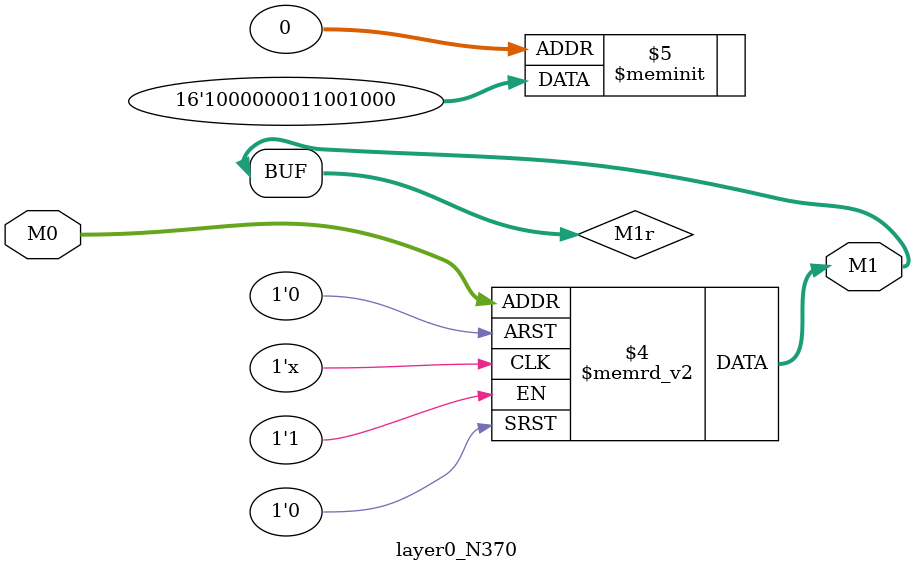
<source format=v>
module layer0_N370 ( input [2:0] M0, output [1:0] M1 );

	(*rom_style = "distributed" *) reg [1:0] M1r;
	assign M1 = M1r;
	always @ (M0) begin
		case (M0)
			3'b000: M1r = 2'b00;
			3'b100: M1r = 2'b00;
			3'b010: M1r = 2'b00;
			3'b110: M1r = 2'b00;
			3'b001: M1r = 2'b10;
			3'b101: M1r = 2'b00;
			3'b011: M1r = 2'b11;
			3'b111: M1r = 2'b10;

		endcase
	end
endmodule

</source>
